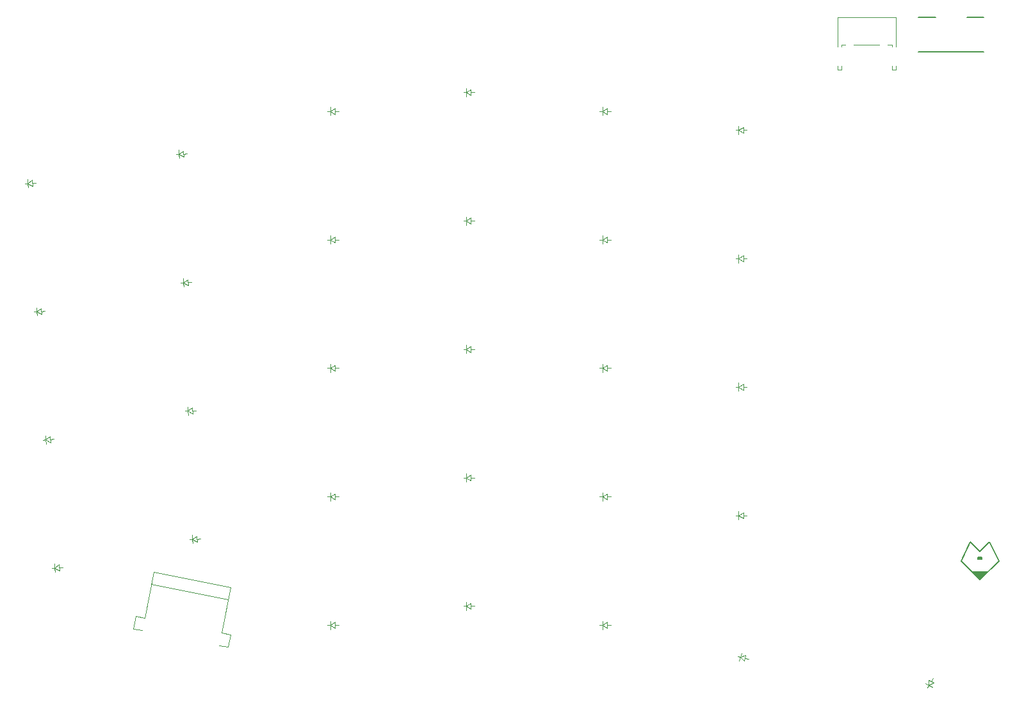
<source format=gbr>
%TF.GenerationSoftware,KiCad,Pcbnew,(6.0.11-0)*%
%TF.CreationDate,2023-06-20T20:04:49-05:00*%
%TF.ProjectId,typeboy,74797065-626f-4792-9e6b-696361645f70,v1.0.0*%
%TF.SameCoordinates,Original*%
%TF.FileFunction,Legend,Top*%
%TF.FilePolarity,Positive*%
%FSLAX46Y46*%
G04 Gerber Fmt 4.6, Leading zero omitted, Abs format (unit mm)*
G04 Created by KiCad (PCBNEW (6.0.11-0)) date 2023-06-20 20:04:49*
%MOMM*%
%LPD*%
G01*
G04 APERTURE LIST*
%ADD10C,0.150000*%
%ADD11C,0.100000*%
%ADD12C,0.120000*%
G04 APERTURE END LIST*
D10*
X197500000Y-191500001D02*
X194999999Y-189000001D01*
X197250004Y-188750007D02*
X197250004Y-188500005D01*
X198500000Y-190499998D02*
X197500000Y-191500001D01*
X196249999Y-186500007D02*
X197500006Y-187750001D01*
X197500006Y-187750001D02*
X198749999Y-186500001D01*
X196500002Y-190499999D02*
X198500000Y-190499998D01*
X197750004Y-188750005D02*
X197250004Y-188750007D01*
X197250005Y-188499198D02*
X197749999Y-188499188D01*
X198749999Y-186500001D02*
X200000010Y-188999999D01*
X200000010Y-188999999D02*
X197500000Y-191500001D01*
X197749996Y-188500000D02*
X197750004Y-188750005D01*
X197500000Y-191500001D02*
X196500002Y-190499999D01*
X194999999Y-189000001D02*
X196249999Y-186500007D01*
%TO.C,_1*%
%TO.C,_4*%
%TO.C,_3*%
%TO.C,_2*%
D11*
%TO.C,D2*%
X73586087Y-172998051D02*
X73985113Y-172970149D01*
X73985113Y-172970149D02*
X74555748Y-172529269D01*
X73985113Y-172970149D02*
X73946747Y-172421489D01*
X74583651Y-172928295D02*
X75082433Y-172893417D01*
X74555748Y-172529269D02*
X74611554Y-173327321D01*
X73985113Y-172970149D02*
X74023479Y-173518809D01*
X74611554Y-173327321D02*
X73985113Y-172970149D01*
%TO.C,D26*%
X165603498Y-149000430D02*
X165603498Y-149550430D01*
X165603498Y-149000430D02*
X166203498Y-148600430D01*
X166203498Y-148600430D02*
X166203498Y-149400430D01*
X165203498Y-149000430D02*
X165603498Y-149000430D01*
X166203498Y-149000430D02*
X166703498Y-149000430D01*
X165603498Y-149000430D02*
X165603498Y-148450430D01*
X166203498Y-149400430D02*
X165603498Y-149000430D01*
%TO.C,D8*%
X91190747Y-135190124D02*
X91590503Y-135176164D01*
X92204098Y-135554980D02*
X91590503Y-135176164D01*
X91590503Y-135176164D02*
X92176178Y-134755468D01*
X92190138Y-135155224D02*
X92689833Y-135137774D01*
X92176178Y-134755468D02*
X92204098Y-135554980D01*
X91590503Y-135176164D02*
X91571308Y-134626499D01*
X91590503Y-135176164D02*
X91609698Y-135725829D01*
%TO.C,D6*%
X92777085Y-169155451D02*
X93362760Y-168734755D01*
X93362760Y-168734755D02*
X93390680Y-169534267D01*
X92777085Y-169155451D02*
X92796280Y-169705116D01*
X93390680Y-169534267D02*
X92777085Y-169155451D01*
X92377329Y-169169411D02*
X92777085Y-169155451D01*
X92777085Y-169155451D02*
X92757890Y-168605786D01*
X93376720Y-169134511D02*
X93876415Y-169117061D01*
%TO.C,D25*%
X166203496Y-165600428D02*
X166203496Y-166400428D01*
X165603496Y-166000428D02*
X165603496Y-166550428D01*
X165603496Y-166000428D02*
X166203496Y-165600428D01*
X165603496Y-166000428D02*
X165603496Y-165450428D01*
X166203496Y-166400428D02*
X165603496Y-166000428D01*
X165203496Y-166000428D02*
X165603496Y-166000428D01*
X166203496Y-166000428D02*
X166703496Y-166000428D01*
%TO.C,D23*%
X147603490Y-129500424D02*
X147603490Y-130050424D01*
X147603490Y-129500424D02*
X148203490Y-129100424D01*
X147603490Y-129500424D02*
X147603490Y-128950424D01*
X147203490Y-129500424D02*
X147603490Y-129500424D01*
X148203490Y-129900424D02*
X147603490Y-129500424D01*
X148203490Y-129500424D02*
X148703490Y-129500424D01*
X148203490Y-129100424D02*
X148203490Y-129900424D01*
%TO.C,D10*%
X111603499Y-180500426D02*
X111603499Y-179950426D01*
X111603499Y-180500426D02*
X111603499Y-181050426D01*
X112203499Y-180100426D02*
X112203499Y-180900426D01*
X112203499Y-180900426D02*
X111603499Y-180500426D01*
X111603499Y-180500426D02*
X112203499Y-180100426D01*
X111203499Y-180500426D02*
X111603499Y-180500426D01*
X112203499Y-180500426D02*
X112703499Y-180500426D01*
%TO.C,D20*%
X147603499Y-180500423D02*
X147603499Y-179950423D01*
X147603499Y-180500423D02*
X148203499Y-180100423D01*
X148203499Y-180100423D02*
X148203499Y-180900423D01*
X147603499Y-180500423D02*
X147603499Y-181050423D01*
X148203499Y-180500423D02*
X148703499Y-180500423D01*
X148203499Y-180900423D02*
X147603499Y-180500423D01*
X147203499Y-180500423D02*
X147603499Y-180500423D01*
D10*
%TO.C,REF\u002A\u002A*%
X197953492Y-121650421D02*
X189353492Y-121650421D01*
X191653492Y-117050421D02*
X189353492Y-117050421D01*
X197953492Y-117050421D02*
X195753492Y-117050421D01*
D11*
%TO.C,D24*%
X166203494Y-182600424D02*
X166203494Y-183400424D01*
X166203494Y-183400424D02*
X165603494Y-183000424D01*
X165203494Y-183000424D02*
X165603494Y-183000424D01*
X165603494Y-183000424D02*
X165603494Y-182450424D01*
X166203494Y-183000424D02*
X166703494Y-183000424D01*
X165603494Y-183000424D02*
X166203494Y-182600424D01*
X165603494Y-183000424D02*
X165603494Y-183550424D01*
%TO.C,D18*%
X129603491Y-127000419D02*
X130203491Y-126600419D01*
X129603491Y-127000419D02*
X129603491Y-126450419D01*
X130203491Y-126600419D02*
X130203491Y-127400419D01*
X129203491Y-127000419D02*
X129603491Y-127000419D01*
X130203491Y-127000419D02*
X130703491Y-127000419D01*
X129603491Y-127000419D02*
X129603491Y-127550419D01*
X130203491Y-127400419D02*
X129603491Y-127000419D01*
%TO.C,D11*%
X112203491Y-163500423D02*
X112703491Y-163500423D01*
X112203491Y-163900423D02*
X111603491Y-163500423D01*
X111603491Y-163500423D02*
X112203491Y-163100423D01*
X111603491Y-163500423D02*
X111603491Y-164050423D01*
X111203491Y-163500423D02*
X111603491Y-163500423D01*
X111603491Y-163500423D02*
X111603491Y-162950423D01*
X112203491Y-163100423D02*
X112203491Y-163900423D01*
%TO.C,D5*%
X93370373Y-186145102D02*
X93351178Y-185595437D01*
X93956048Y-185724406D02*
X93983968Y-186523918D01*
X92970617Y-186159062D02*
X93370373Y-186145102D01*
X93370373Y-186145102D02*
X93956048Y-185724406D01*
X93983968Y-186523918D02*
X93370373Y-186145102D01*
X93370373Y-186145102D02*
X93389568Y-186694767D01*
X93970008Y-186124162D02*
X94469703Y-186106712D01*
%TO.C,D1*%
X75797411Y-190285918D02*
X75170970Y-189928746D01*
X75170970Y-189928746D02*
X75132604Y-189380086D01*
X75170970Y-189928746D02*
X75209336Y-190477406D01*
X75769508Y-189886892D02*
X76268290Y-189852014D01*
X74771944Y-189956648D02*
X75170970Y-189928746D01*
X75170970Y-189928746D02*
X75741605Y-189487866D01*
X75741605Y-189487866D02*
X75797411Y-190285918D01*
%TO.C,D3*%
X73425688Y-156368734D02*
X72799247Y-156011562D01*
X72799247Y-156011562D02*
X73369882Y-155570682D01*
X73369882Y-155570682D02*
X73425688Y-156368734D01*
X73397785Y-155969708D02*
X73896567Y-155934830D01*
X72799247Y-156011562D02*
X72760881Y-155462902D01*
X72799247Y-156011562D02*
X72837613Y-156560222D01*
X72400221Y-156039464D02*
X72799247Y-156011562D01*
%TO.C,D7*%
X92183795Y-152165808D02*
X92769470Y-151745112D01*
X92769470Y-151745112D02*
X92797390Y-152544624D01*
X92797390Y-152544624D02*
X92183795Y-152165808D01*
X92783430Y-152144868D02*
X93283125Y-152127418D01*
X92183795Y-152165808D02*
X92202990Y-152715473D01*
X92183795Y-152165808D02*
X92164600Y-151616143D01*
X91784039Y-152179768D02*
X92183795Y-152165808D01*
D12*
%TO.C,REF\u002A\u002A*%
X85590277Y-197968476D02*
X85907020Y-196338974D01*
X85907020Y-196338974D02*
X87045707Y-196560313D01*
X87045707Y-196560313D02*
X88226815Y-190484041D01*
X98076575Y-200395566D02*
X98393318Y-198766065D01*
X86728964Y-198189814D02*
X85590277Y-197968476D01*
X97254630Y-198544726D02*
X98435738Y-192468454D01*
X87910072Y-192113542D02*
X98118995Y-194097955D01*
X96937887Y-200174228D02*
X98076575Y-200395566D01*
X88226815Y-190484041D02*
X98435738Y-192468454D01*
X98393318Y-198766065D02*
X97254630Y-198544726D01*
D11*
%TO.C,D15*%
X129603496Y-178000420D02*
X129603496Y-177450420D01*
X130203496Y-177600420D02*
X130203496Y-178400420D01*
X129603496Y-178000420D02*
X129603496Y-178550420D01*
X130203496Y-178400420D02*
X129603496Y-178000420D01*
X129203496Y-178000420D02*
X129603496Y-178000420D01*
X129603496Y-178000420D02*
X130203496Y-177600420D01*
X130203496Y-178000420D02*
X130703496Y-178000420D01*
%TO.C,D12*%
X111603496Y-146500429D02*
X111603496Y-147050429D01*
X112203496Y-146500429D02*
X112703496Y-146500429D01*
X111603496Y-146500429D02*
X112203496Y-146100429D01*
X111203496Y-146500429D02*
X111603496Y-146500429D01*
X112203496Y-146900429D02*
X111603496Y-146500429D01*
X111603496Y-146500429D02*
X111603496Y-145950429D01*
X112203496Y-146100429D02*
X112203496Y-146900429D01*
%TO.C,D4*%
X71613391Y-139052976D02*
X72184026Y-138612096D01*
X72184026Y-138612096D02*
X72239832Y-139410148D01*
X71613391Y-139052976D02*
X71651757Y-139601636D01*
X71214365Y-139080878D02*
X71613391Y-139052976D01*
X72239832Y-139410148D02*
X71613391Y-139052976D01*
X71613391Y-139052976D02*
X71575025Y-138504316D01*
X72211929Y-139011122D02*
X72710711Y-138976244D01*
%TO.C,D19*%
X148203499Y-197500423D02*
X148703499Y-197500423D01*
X147603499Y-197500423D02*
X147603499Y-196950423D01*
X148203499Y-197900423D02*
X147603499Y-197500423D01*
X148203499Y-197100423D02*
X148203499Y-197900423D01*
X147603499Y-197500423D02*
X148203499Y-197100423D01*
X147203499Y-197500423D02*
X147603499Y-197500423D01*
X147603499Y-197500423D02*
X147603499Y-198050423D01*
%TO.C,D14*%
X129603495Y-195000421D02*
X130203495Y-194600421D01*
X129603495Y-195000421D02*
X129603495Y-195550421D01*
X130203495Y-195000421D02*
X130703495Y-195000421D01*
X130203495Y-194600421D02*
X130203495Y-195400421D01*
X129603495Y-195000421D02*
X129603495Y-194450421D01*
X129203495Y-195000421D02*
X129603495Y-195000421D01*
X130203495Y-195400421D02*
X129603495Y-195000421D01*
D12*
%TO.C,REF\u002A\u002A*%
X179163497Y-120702924D02*
X179163497Y-120932924D01*
X178643497Y-117032924D02*
X178643497Y-120932924D01*
X178643497Y-117032924D02*
X186363497Y-117032924D01*
X179163497Y-123532924D02*
X179163497Y-124042924D01*
X185843497Y-123532924D02*
X185843497Y-124042924D01*
X179163497Y-120702924D02*
X179703497Y-120702924D01*
X185843497Y-120702924D02*
X185843497Y-120932924D01*
X185843497Y-124042924D02*
X186363497Y-124042924D01*
X186363497Y-117032924D02*
X186363497Y-120932924D01*
X186363497Y-123532924D02*
X186363497Y-124042924D01*
X180803497Y-120702924D02*
X184203497Y-120702924D01*
X178643497Y-124042924D02*
X179163497Y-124042924D01*
X185303497Y-120702924D02*
X185843497Y-120702924D01*
X178643497Y-123532924D02*
X178643497Y-124042924D01*
D11*
%TO.C,D9*%
X112203495Y-197100424D02*
X112203495Y-197900424D01*
X112203495Y-197900424D02*
X111603495Y-197500424D01*
X111203495Y-197500424D02*
X111603495Y-197500424D01*
X111603495Y-197500424D02*
X112203495Y-197100424D01*
X111603495Y-197500424D02*
X111603495Y-198050424D01*
X111603495Y-197500424D02*
X111603495Y-196950424D01*
X112203495Y-197500424D02*
X112703495Y-197500424D01*
%TO.C,D22*%
X147603495Y-146500424D02*
X147603495Y-145950424D01*
X148203495Y-146900424D02*
X147603495Y-146500424D01*
X148203495Y-146500424D02*
X148703495Y-146500424D01*
X147603495Y-146500424D02*
X147603495Y-147050424D01*
X147603495Y-146500424D02*
X148203495Y-146100424D01*
X147203495Y-146500424D02*
X147603495Y-146500424D01*
X148203495Y-146100424D02*
X148203495Y-146900424D01*
%TO.C,D16*%
X129603504Y-161000422D02*
X129603504Y-160450422D01*
X129203504Y-161000422D02*
X129603504Y-161000422D01*
X130203504Y-161400422D02*
X129603504Y-161000422D01*
X130203504Y-161000422D02*
X130703504Y-161000422D01*
X129603504Y-161000422D02*
X130203504Y-160600422D01*
X129603504Y-161000422D02*
X129603504Y-161550422D01*
X130203504Y-160600422D02*
X130203504Y-161400422D01*
%TO.C,D29*%
X190727338Y-205462275D02*
X190251024Y-205187275D01*
X190680928Y-204742660D02*
X191373748Y-205142660D01*
X191373748Y-205142660D02*
X190727338Y-205462275D01*
X190527338Y-205808685D02*
X190727338Y-205462275D01*
X190727338Y-205462275D02*
X190680928Y-204742660D01*
X191027338Y-204942660D02*
X191277338Y-204509647D01*
X190727338Y-205462275D02*
X191203652Y-205737275D01*
%TO.C,D21*%
X147603498Y-163500424D02*
X148203498Y-163100424D01*
X148203498Y-163500424D02*
X148703498Y-163500424D01*
X147603498Y-163500424D02*
X147603498Y-162950424D01*
X148203498Y-163100424D02*
X148203498Y-163900424D01*
X147203498Y-163500424D02*
X147603498Y-163500424D01*
X147603498Y-163500424D02*
X147603498Y-164050424D01*
X148203498Y-163900424D02*
X147603498Y-163500424D01*
%TO.C,D27*%
X166203496Y-132400423D02*
X165603496Y-132000423D01*
X165203496Y-132000423D02*
X165603496Y-132000423D01*
X166203496Y-131600423D02*
X166203496Y-132400423D01*
X165603496Y-132000423D02*
X165603496Y-131450423D01*
X165603496Y-132000423D02*
X165603496Y-132550423D01*
X166203496Y-132000423D02*
X166703496Y-132000423D01*
X165603496Y-132000423D02*
X166203496Y-131600423D01*
%TO.C,D17*%
X129603498Y-144000427D02*
X129603498Y-143450427D01*
X130203498Y-144400427D02*
X129603498Y-144000427D01*
X129603498Y-144000427D02*
X130203498Y-143600427D01*
X129203498Y-144000427D02*
X129603498Y-144000427D01*
X129603498Y-144000427D02*
X129603498Y-144550427D01*
X130203498Y-144000427D02*
X130703498Y-144000427D01*
X130203498Y-143600427D02*
X130203498Y-144400427D01*
%TO.C,D28*%
X166297358Y-202281131D02*
X165821330Y-201739469D01*
X165434960Y-201635942D02*
X165821330Y-201739469D01*
X165821330Y-201739469D02*
X165963680Y-201208210D01*
X165821330Y-201739469D02*
X165678979Y-202270729D01*
X165821330Y-201739469D02*
X166504413Y-201508390D01*
X166504413Y-201508390D02*
X166297358Y-202281131D01*
X166400885Y-201894761D02*
X166883848Y-202024170D01*
%TO.C,D13*%
X111603487Y-129500427D02*
X111603487Y-128950427D01*
X112203487Y-129900427D02*
X111603487Y-129500427D01*
X111603487Y-129500427D02*
X112203487Y-129100427D01*
X111603487Y-129500427D02*
X111603487Y-130050427D01*
X112203487Y-129100427D02*
X112203487Y-129900427D01*
X111203487Y-129500427D02*
X111603487Y-129500427D01*
X112203487Y-129500427D02*
X112703487Y-129500427D01*
%TD*%
G36*
X198480027Y-190503425D02*
G01*
X198483454Y-190511698D01*
X198480027Y-190519971D01*
X197508273Y-191491728D01*
X197500000Y-191495155D01*
X197491727Y-191491728D01*
X196519975Y-190519972D01*
X196516548Y-190511699D01*
X196519975Y-190503426D01*
X196528248Y-190499999D01*
X198471754Y-190499998D01*
X198480027Y-190503425D01*
G37*
G36*
X197746569Y-188503427D02*
G01*
X197749996Y-188511700D01*
X197750004Y-188738305D01*
X197746577Y-188746578D01*
X197738304Y-188750005D01*
X197261704Y-188750007D01*
X197253431Y-188746580D01*
X197250004Y-188738307D01*
X197250004Y-188511705D01*
X197253431Y-188503432D01*
X197261704Y-188500005D01*
X197738296Y-188500000D01*
X197746569Y-188503427D01*
G37*
M02*

</source>
